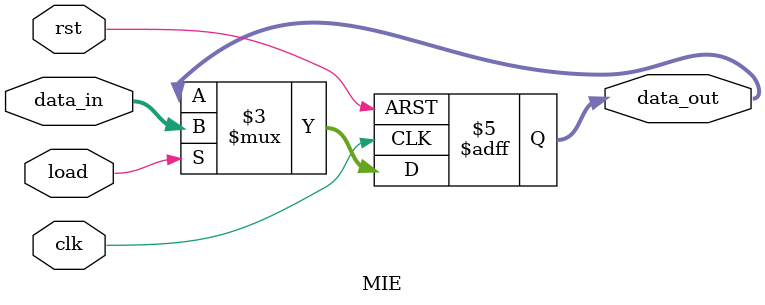
<source format=v>
/*********************************************************
 *
 *  Module: MIE.v
 *  Project: Hunter_RV32
 *  Author: Ali El-Said (ali.elsaid@aucegypt.edu), Ahmed Wael (awael@aucegypt.edu), Habiba Bassem (habibabassem@aucegypt.edu)
 *  Description: Register for MIE
 *
 *********************************************************/
`timescale 1ns/1ns

module MIE (    
    clk,
    rst,
    load,
    data_in, 
    data_out );

    input clk;
    input rst;
    input load;
    input   [3:0] data_in;
    output  reg [3:0] data_out;
    
    always @ (posedge clk or posedge rst) begin
    
        if(rst)
            data_out <= 4'd15;
        else if (load)
                data_out <= data_in;
            else 
                data_out <= data_out;
    end

endmodule


</source>
